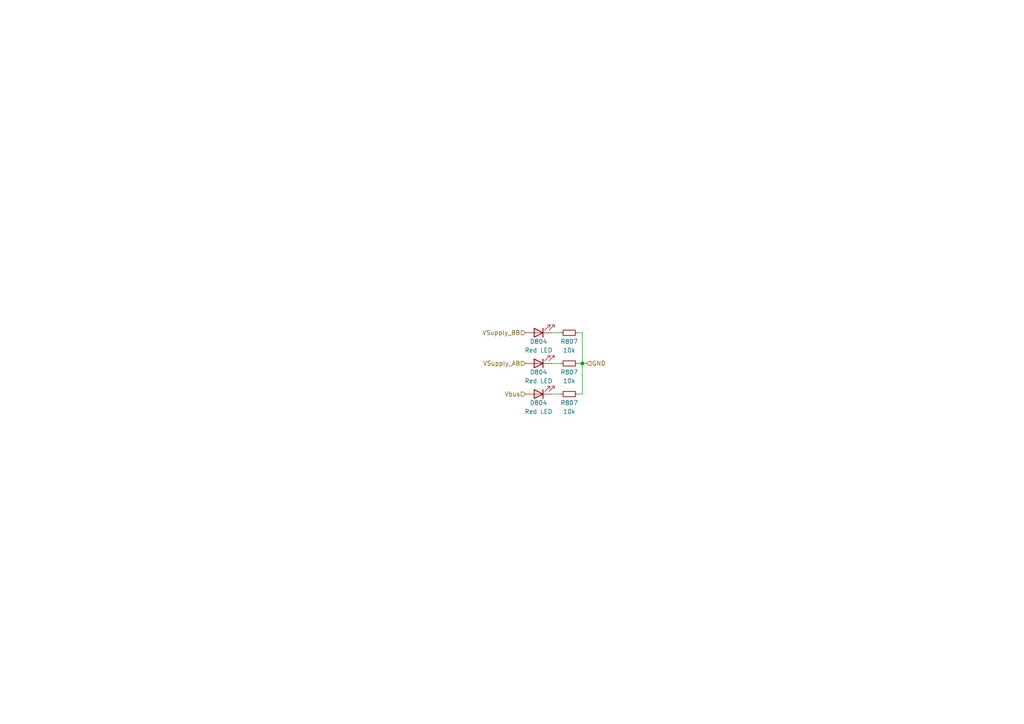
<source format=kicad_sch>
(kicad_sch (version 20230121) (generator eeschema)
  (paper "A4")
  (lib_symbols
    (symbol "Device:LED" (pin_numbers hide) (pin_names (offset 1.016) hide)
      (property "Reference" "D" (at 0 2.54 0))
      (property "Value" "LED" (at 0 -2.54 0))
      (symbol "LED_0_1"
        (polyline (pts (xy -1.27 -1.27) (xy -1.27 1.27)) (stroke (width 0.254)))
        (polyline (pts (xy -1.27 0) (xy 1.27 0)))
        (polyline (pts (xy 1.27 -1.27) (xy 1.27 1.27) (xy -1.27 0) (xy 1.27 -1.27)) (stroke (width 0.254)))
        (polyline (pts (xy -3.048 -0.762) (xy -4.572 -2.286) (xy -3.81 -2.286) (xy -4.572 -2.286) (xy -4.572 -1.524)))
        (polyline (pts (xy -1.778 -0.762) (xy -3.302 -2.286) (xy -2.54 -2.286) (xy -3.302 -2.286) (xy -3.302 -1.524)))
      )
      (symbol "LED_1_1"
        (pin passive line (at -3.81 0 0) (length 2.54) (name "K") (number "1"))
        (pin passive line (at 3.81 0 180) (length 2.54) (name "A") (number "2"))
      )
    )
    (symbol "Device:R_Small" (pin_numbers hide) (pin_names (offset 0.254) hide)
      (property "Reference" "R" (at 0.762 0.508 0))
      (property "Value" "R_Small" (at 0.762 -1.016 0))
      (symbol "R_Small_0_1"
        (rectangle (start -0.762 1.778) (end 0.762 -1.778) (stroke (width 0.2032)))
      )
      (symbol "R_Small_1_1"
        (pin passive line (at 0 2.54 270) (length 0.762) (name "~") (number "1"))
        (pin passive line (at 0 -2.54 90) (length 0.762) (name "~") (number "2"))
      )
    )
  )
  (junction (at 168.91 105.41))
  (wire (pts (xy 167.64 105.41) (xy 168.91 105.41)))
  (wire (pts (xy 168.91 96.52) (xy 168.91 105.41)))
  (wire (pts (xy 167.64 114.3) (xy 168.91 114.3)))
  (wire (pts (xy 160.02 114.3) (xy 162.56 114.3)))
  (wire (pts (xy 167.64 96.52) (xy 168.91 96.52)))
  (wire (pts (xy 160.02 105.41) (xy 162.56 105.41)))
  (wire (pts (xy 160.02 96.52) (xy 162.56 96.52)))
  (wire (pts (xy 168.91 105.41) (xy 170.18 105.41)))
  (wire (pts (xy 168.91 105.41) (xy 168.91 114.3)))
  (hierarchical_label "GND" (shape input) (at 170.18 105.41 0))
  (hierarchical_label "VSupply_BB" (shape input) (at 152.4 96.52 180))
  (hierarchical_label "Vbus" (shape input) (at 152.4 114.3 180))
  (hierarchical_label "VSupply_AB" (shape input) (at 152.4 105.41 180))
  (symbol (lib_id "Device:R_Small") (at 165.1 105.41 90) (unit 1)
    (property "Reference" "R807" (at 165.1 107.95 90))
    (property "Value" "10k" (at 165.1 110.49 90))
    (property "Footprint" "Resistor_SMD:R_0402_1005Metric" (effects hide))
    (property "Fournisseur" "Stock" (effects hide))
    (instances (project "Inverter_KiCAD" (path "" (reference "R807") (unit 1)) (path "" (reference "R205") (unit 1)) (path "" (reference "R305") (unit 1)) (path "" (reference "R405") (unit 1)) (path "" (reference "R502") (unit 1)) (path "" (reference "R1402") (unit 1))))
  )
  (symbol (lib_id "Device:R_Small") (at 165.1 96.52 90) (unit 1)
    (property "Reference" "R807" (at 165.1 99.06 90))
    (property "Value" "10k" (at 165.1 101.6 90))
    (property "Footprint" "Resistor_SMD:R_0402_1005Metric" (effects hide))
    (property "Fournisseur" "Stock" (effects hide))
    (instances (project "Inverter_KiCAD" (path "" (reference "R807") (unit 1)) (path "" (reference "R205") (unit 1)) (path "" (reference "R305") (unit 1)) (path "" (reference "R405") (unit 1)) (path "" (reference "R501") (unit 1)) (path "" (reference "R1401") (unit 1))))
  )
  (symbol (lib_id "Device:LED") (at 156.21 114.3 180) (unit 1)
    (property "Reference" "D804" (at 156.21 116.84 0))
    (property "Value" "Red LED" (at 156.21 119.38 0))
    (property "Footprint" "LED_SMD:LED_0603_1608Metric" (effects hide))
    (property "Fournisseur" "Wurth" (effects hide))
    (property "MFR" "150 060 RS5 504 0" (effects hide))
    (instances (project "Inverter_KiCAD" (path "" (reference "D804") (unit 1)) (path "" (reference "D203") (unit 1)) (path "" (reference "D303") (unit 1)) (path "" (reference "D403") (unit 1)) (path "" (reference "D503") (unit 1)) (path "" (reference "D1403") (unit 1))))
  )
  (symbol (lib_id "Device:LED") (at 156.21 105.41 180) (unit 1)
    (property "Reference" "D804" (at 156.21 107.95 0))
    (property "Value" "Red LED" (at 156.21 110.49 0))
    (property "Footprint" "LED_SMD:LED_0603_1608Metric" (effects hide))
    (property "Fournisseur" "Wurth" (effects hide))
    (property "MFR" "150 060 RS5 504 0" (effects hide))
    (instances (project "Inverter_KiCAD" (path "" (reference "D804") (unit 1)) (path "" (reference "D203") (unit 1)) (path "" (reference "D303") (unit 1)) (path "" (reference "D403") (unit 1)) (path "" (reference "D502") (unit 1)) (path "" (reference "D1402") (unit 1))))
  )
  (symbol (lib_id "Device:LED") (at 156.21 96.52 180) (unit 1)
    (property "Reference" "D804" (at 156.21 99.06 0))
    (property "Value" "Red LED" (at 156.21 101.6 0))
    (property "Footprint" "LED_SMD:LED_0603_1608Metric" (effects hide))
    (property "Fournisseur" "Wurth" (effects hide))
    (property "MFR" "150 060 RS5 504 0" (effects hide))
    (instances (project "Inverter_KiCAD" (path "" (reference "D804") (unit 1)) (path "" (reference "D203") (unit 1)) (path "" (reference "D303") (unit 1)) (path "" (reference "D403") (unit 1)) (path "" (reference "D501") (unit 1)) (path "" (reference "D1401") (unit 1))))
  )
  (symbol (lib_id "Device:R_Small") (at 165.1 114.3 90) (unit 1)
    (property "Reference" "R807" (at 165.1 116.84 90))
    (property "Value" "10k" (at 165.1 119.38 90))
    (property "Footprint" "Resistor_SMD:R_0402_1005Metric" (effects hide))
    (property "Fournisseur" "Farnell" (effects hide))
    (property "MFR" "CRCW0402390RFKEDC" (effects hide))
    (property "Ref" "4177482" (effects hide))
    (instances (project "Inverter_KiCAD" (path "" (reference "R807") (unit 1)) (path "" (reference "R205") (unit 1)) (path "" (reference "R305") (unit 1)) (path "" (reference "R405") (unit 1)) (path "" (reference "R503") (unit 1)) (path "" (reference "R1403") (unit 1))))
  )
)
</source>
